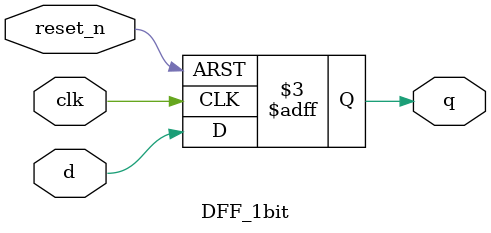
<source format=v>
module DFF_1bit(clk, reset_n, d, q);

parameter N=1;
input clk,reset_n;
input [N-1:0]d;
output reg [N-1:0]q;
always @(posedge clk,negedge reset_n)
begin
if (!reset_n)
q <= {N{1'b0}};
else
q <= d;
end
endmodule

</source>
